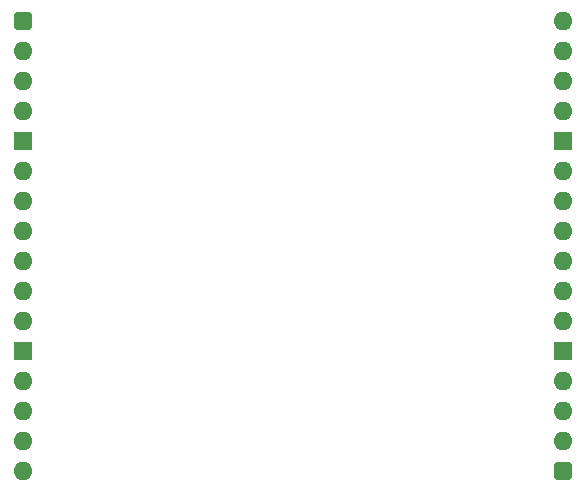
<source format=gbs>
%TF.GenerationSoftware,KiCad,Pcbnew,9.0.2*%
%TF.CreationDate,2025-07-03T21:01:19+02:00*%
%TF.ProjectId,Main Memory Abort,4d61696e-204d-4656-9d6f-72792041626f,V0*%
%TF.SameCoordinates,Original*%
%TF.FileFunction,Soldermask,Bot*%
%TF.FilePolarity,Negative*%
%FSLAX46Y46*%
G04 Gerber Fmt 4.6, Leading zero omitted, Abs format (unit mm)*
G04 Created by KiCad (PCBNEW 9.0.2) date 2025-07-03 21:01:19*
%MOMM*%
%LPD*%
G01*
G04 APERTURE LIST*
G04 Aperture macros list*
%AMRoundRect*
0 Rectangle with rounded corners*
0 $1 Rounding radius*
0 $2 $3 $4 $5 $6 $7 $8 $9 X,Y pos of 4 corners*
0 Add a 4 corners polygon primitive as box body*
4,1,4,$2,$3,$4,$5,$6,$7,$8,$9,$2,$3,0*
0 Add four circle primitives for the rounded corners*
1,1,$1+$1,$2,$3*
1,1,$1+$1,$4,$5*
1,1,$1+$1,$6,$7*
1,1,$1+$1,$8,$9*
0 Add four rect primitives between the rounded corners*
20,1,$1+$1,$2,$3,$4,$5,0*
20,1,$1+$1,$4,$5,$6,$7,0*
20,1,$1+$1,$6,$7,$8,$9,0*
20,1,$1+$1,$8,$9,$2,$3,0*%
G04 Aperture macros list end*
%ADD10RoundRect,0.400000X0.400000X0.400000X-0.400000X0.400000X-0.400000X-0.400000X0.400000X-0.400000X0*%
%ADD11O,1.600000X1.600000*%
%ADD12R,1.600000X1.600000*%
%ADD13RoundRect,0.400000X-0.400000X-0.400000X0.400000X-0.400000X0.400000X0.400000X-0.400000X0.400000X0*%
G04 APERTURE END LIST*
D10*
%TO.C,J3*%
X45720000Y-38100000D03*
D11*
X45720000Y-35560000D03*
X45720000Y-33020000D03*
X45720000Y-30480000D03*
D12*
X45720000Y-27940000D03*
D11*
X45720000Y-25400000D03*
X45720000Y-22860000D03*
X45720000Y-20320000D03*
X45720000Y-17780000D03*
X45720000Y-15240000D03*
X45720000Y-12700000D03*
D12*
X45720000Y-10160000D03*
D11*
X45720000Y-7620000D03*
X45720000Y-5080000D03*
X45720000Y-2540000D03*
X45720000Y0D03*
%TD*%
D13*
%TO.C,J1*%
X0Y0D03*
D11*
X0Y-2540000D03*
X0Y-5080000D03*
X0Y-7620000D03*
D12*
X0Y-10160000D03*
D11*
X0Y-12700000D03*
X0Y-15240000D03*
X0Y-17780000D03*
X0Y-20320000D03*
X0Y-22860000D03*
X0Y-25400000D03*
D12*
X0Y-27940000D03*
D11*
X0Y-30480000D03*
X0Y-33020000D03*
X0Y-35560000D03*
X0Y-38100000D03*
%TD*%
M02*

</source>
